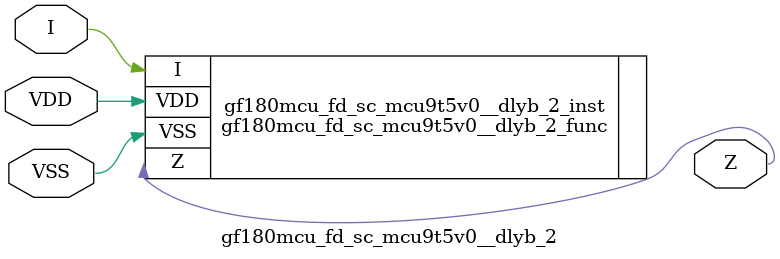
<source format=v>

module gf180mcu_fd_sc_mcu9t5v0__dlyb_2( I, Z, VDD, VSS );
input I;
inout VDD, VSS;
output Z;

   `ifdef FUNCTIONAL  //  functional //

	gf180mcu_fd_sc_mcu9t5v0__dlyb_2_func gf180mcu_fd_sc_mcu9t5v0__dlyb_2_behav_inst(.I(I),.Z(Z),.VDD(VDD),.VSS(VSS));

   `else

	gf180mcu_fd_sc_mcu9t5v0__dlyb_2_func gf180mcu_fd_sc_mcu9t5v0__dlyb_2_inst(.I(I),.Z(Z),.VDD(VDD),.VSS(VSS));

	// spec_gates_begin


	// spec_gates_end



   specify

	// specify_block_begin

	// comb arc I --> Z
	 (I => Z) = (1.0,1.0);

	// specify_block_end

   endspecify

   `endif

endmodule

</source>
